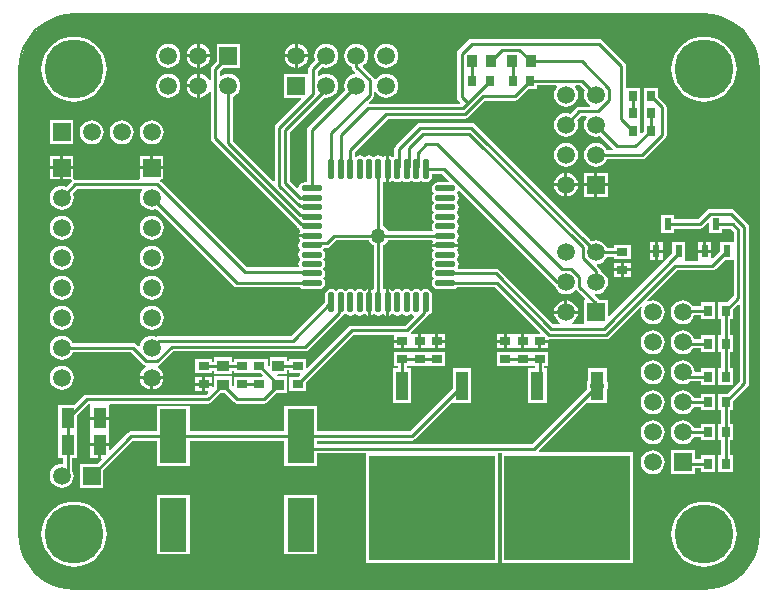
<source format=gtl>
%FSDAX24Y24*%
%MOIN*%
%SFA1B1*%

%IPPOS*%
%ADD10R,0.027600X0.035400*%
%ADD11R,0.043300X0.066900*%
%ADD12R,0.035400X0.027600*%
%ADD13R,0.090600X0.179100*%
%ADD14R,0.023600X0.039400*%
%ADD15R,0.041300X0.094500*%
%ADD16R,0.419300X0.350400*%
%ADD17R,0.039400X0.037400*%
%ADD18R,0.037400X0.039400*%
%ADD19O,0.021700X0.068900*%
%ADD20O,0.068900X0.021700*%
%ADD21C,0.010000*%
%ADD22R,0.059100X0.059100*%
%ADD23C,0.059100*%
%ADD24R,0.059100X0.059100*%
%ADD25C,0.196900*%
%ADD26C,0.050000*%
%ADD31C,0.005000*%
%ADD48C,0.020000*%
%ADD49C,0.040000*%
%ADD50C,0.080000*%
%ADD51C,0.160000*%
%ADD52C,0.320000*%
%LN7april_pcb-1*%
%LPD*%
G54D31*
X021237Y017309D02*
X021472Y017262D01*
X021698Y017185*
X021912Y017080*
X022110Y016947*
X022290Y016790*
X022447Y016610*
X022580Y016412*
X022685Y016198*
X022762Y015972*
X022809Y015737*
X022823Y015511*
X022822Y015502*
Y-000002*
X022823Y-000011*
X022809Y-000237*
X022762Y-000472*
X022685Y-000698*
X022580Y-000912*
X022447Y-001110*
X022290Y-001290*
X022110Y-001447*
X021912Y-001580*
X021698Y-001685*
X021472Y-001762*
X021237Y-001809*
X021011Y-001823*
X021002Y-001822*
X-000002*
X-000011Y-001823*
X-000237Y-001809*
X-000472Y-001762*
X-000698Y-001685*
X-000912Y-001580*
X-001110Y-001447*
X-001290Y-001290*
X-001447Y-001110*
X-001580Y-000912*
X-001685Y-000698*
X-001762Y-000472*
X-001809Y-000237*
X-001823Y-000011*
X-001822Y-000002*
Y015502*
X-001823Y015511*
X-001809Y015737*
X-001762Y015972*
X-001685Y016198*
X-001580Y016412*
X-001447Y016610*
X-001290Y016790*
X-001110Y016947*
X-000912Y017080*
X-000698Y017185*
X-000472Y017262*
X-000237Y017309*
X-000011Y017323*
X-000002Y017322*
X021002*
X021011Y017323*
X021237Y017309*
G54D21*
X021231Y017259D02*
X021459Y017214D01*
X021679Y017139*
X021887Y017036*
X022080Y016907*
X022254Y016754*
X022407Y016580*
X022536Y016387*
X022639Y016179*
X022714Y015959*
X022759Y015731*
X022773Y015514*
X022772Y015507*
Y-000007*
X022773Y-000014*
X022759Y-000231*
X022714Y-000459*
X022639Y-000679*
X022536Y-000887*
X022407Y-001080*
X022254Y-001254*
X022080Y-001407*
X021887Y-001536*
X021679Y-001639*
X021459Y-001714*
X021231Y-001759*
X021014Y-001773*
X021007Y-001772*
X-000007*
X-000014Y-001773*
X-000231Y-001759*
X-000459Y-001714*
X-000679Y-001639*
X-000887Y-001536*
X-001080Y-001407*
X-001254Y-001254*
X-001407Y-001080*
X-001536Y-000887*
X-001639Y-000679*
X-001714Y-000459*
X-001759Y-000231*
X-001773Y-000014*
X-001772Y-000007*
Y015507*
X-001773Y015514*
X-001759Y015731*
X-001714Y015959*
X-001639Y016179*
X-001536Y016387*
X-001407Y016580*
X-001254Y016754*
X-001080Y016907*
X-000887Y017036*
X-000679Y017139*
X-000459Y017214*
X-000231Y017259*
X-000014Y017273*
X-000007Y017272*
X021007*
X021014Y017273*
X021231Y017259*
G54D48*
X021218Y017160D02*
X021433Y017117D01*
X021640Y017046*
X021837Y016950*
X022019Y016827*
X022183Y016683*
X022327Y016519*
X022450Y016337*
X022546Y016140*
X022617Y015933*
X022660Y015718*
X022672Y015521*
X022672Y015517*
Y-000017*
X022672Y-000021*
X022660Y-000218*
X022617Y-000433*
X022546Y-000640*
X022450Y-000837*
X022327Y-001019*
X022183Y-001183*
X022019Y-001327*
X021837Y-001450*
X021640Y-001546*
X021433Y-001617*
X021218Y-001660*
X021021Y-001672*
X021017Y-001672*
X-000017*
X-000021Y-001672*
X-000218Y-001660*
X-000433Y-001617*
X-000640Y-001546*
X-000837Y-001450*
X-001019Y-001327*
X-001183Y-001183*
X-001327Y-001019*
X-001450Y-000837*
X-001546Y-000640*
X-001617Y-000433*
X-001660Y-000218*
X-001672Y-000021*
X-001672Y-000017*
Y015517*
X-001672Y015521*
X-001660Y015718*
X-001617Y015933*
X-001546Y016140*
X-001450Y016337*
X-001327Y016519*
X-001183Y016683*
X-001019Y016827*
X-000837Y016950*
X-000640Y017046*
X-000433Y017117*
X-000218Y017160*
X-000021Y017172*
X-000017Y017172*
X021017*
X021021Y017172*
X021218Y017160*
G54D49*
X021192Y016961D02*
X021381Y016923D01*
X021564Y016861*
X021736Y016776*
X021897Y016668*
X022042Y016542*
X022168Y016397*
X022276Y016236*
X022361Y016064*
X022423Y015881*
X022461Y015692*
X022471Y015534*
X022472Y015536*
Y-000036*
X022471Y-000034*
X022461Y-000192*
X022423Y-000381*
X022361Y-000564*
X022276Y-000736*
X022168Y-000897*
X022042Y-001042*
X021897Y-001168*
X021736Y-001276*
X021564Y-001361*
X021381Y-001423*
X021192Y-001461*
X021034Y-001471*
X021036Y-001472*
X-000036*
X-000034Y-001471*
X-000192Y-001461*
X-000381Y-001423*
X-000564Y-001361*
X-000736Y-001276*
X-000897Y-001168*
X-001042Y-001042*
X-001168Y-000897*
X-001276Y-000736*
X-001361Y-000564*
X-001423Y-000381*
X-001461Y-000192*
X-001471Y-000034*
X-001472Y-000036*
Y015536*
X-001471Y015534*
X-001461Y015692*
X-001423Y015881*
X-001361Y016064*
X-001276Y016236*
X-001168Y016397*
X-001042Y016542*
X-000897Y016668*
X-000736Y016776*
X-000564Y016861*
X-000381Y016923*
X-000192Y016961*
X-000034Y016971*
X-000036Y016972*
X021036*
X021034Y016971*
X021192Y016961*
G54D50*
X021140Y016563D02*
X021278Y016536D01*
X021410Y016491*
X021535Y016429*
X021653Y016351*
X021758Y016258*
X021851Y016153*
X021929Y016035*
X021991Y015910*
X022036Y015778*
X022063Y015640*
X022271Y012449*
X022072Y011439*
Y004060*
X022271Y003050*
X022063Y-000140*
X022036Y-000278*
X021991Y-000410*
X021929Y-000535*
X021851Y-000653*
X021758Y-000758*
X021653Y-000851*
X021535Y-000929*
X021410Y-000991*
X021278Y-001036*
X021140Y-001063*
X017949Y-001271*
X016939Y-001072*
X004060*
X003050Y-001271*
X-000140Y-001063*
X-000278Y-001036*
X-000410Y-000991*
X-000535Y-000929*
X-000653Y-000851*
X-000758Y-000758*
X-000851Y-000653*
X-000929Y-000535*
X-000991Y-000410*
X-001036Y-000278*
X-001063Y-000140*
X-001271Y003050*
X-001072Y004060*
Y011439*
X-001271Y012449*
X-001063Y015640*
X-001036Y015778*
X-000991Y015910*
X-000929Y016035*
X-000851Y016153*
X-000758Y016258*
X-000653Y016351*
X-000535Y016429*
X-000410Y016491*
X-000278Y016536*
X-000140Y016563*
X003050Y016771*
X004060Y016572*
X016939*
X017949Y016771*
X021140Y016563*
G54D51*
X021036Y015768D02*
X021070Y015762D01*
X021103Y015751*
X021134Y015735*
X021164Y015715*
X021191Y015691*
X021215Y015664*
X021235Y015634*
X021251Y015603*
X021262Y015570*
X021268Y015536*
X021465Y012501*
X021272Y011517*
Y003982*
X021465Y002998*
X021268Y-000036*
X021262Y-000070*
X021251Y-000103*
X021235Y-000134*
X021215Y-000164*
X021191Y-000191*
X021164Y-000215*
X021134Y-000235*
X021103Y-000251*
X021070Y-000262*
X021036Y-000268*
X018001Y-000465*
X017017Y-000272*
X003982*
X002998Y-000465*
X-000036Y-000268*
X-000070Y-000262*
X-000103Y-000251*
X-000134Y-000235*
X-000164Y-000215*
X-000191Y-000191*
X-000215Y-000164*
X-000235Y-000134*
X-000251Y-000103*
X-000262Y-000070*
X-000268Y-000036*
X-000465Y002998*
X-000272Y003982*
Y011517*
X-000465Y012501*
X-000268Y015536*
X-000262Y015570*
X-000251Y015603*
X-000235Y015634*
X-000215Y015664*
X-000191Y015691*
X-000164Y015715*
X-000134Y015735*
X-000103Y015751*
X-000070Y015762*
X-000036Y015768*
X002998Y015965*
X003982Y015772*
X017017*
X018001Y015965*
X021036Y015768*
G54D52*
X020828Y014179D02*
X020656Y014213D01*
X020488Y014270*
X020330Y014348*
X020188Y014443*
X020057Y014557*
X019943Y014688*
X019848Y014830*
X019770Y014988*
X019713Y015156*
X019679Y015328*
X019855Y012606*
X019672Y011673*
Y003826*
X019855Y002893*
X019679Y000171*
X019713Y000343*
X019770Y000511*
X019848Y000669*
X019943Y000811*
X020057Y000942*
X020188Y001056*
X020330Y001151*
X020488Y001229*
X020656Y001286*
X020828Y001320*
X018106Y001144*
X017173Y001328*
X003826*
X002893Y001144*
X000171Y001320*
X000343Y001286*
X000511Y001229*
X000669Y001151*
X000811Y001056*
X000942Y000942*
X001056Y000811*
X001151Y000669*
X001229Y000511*
X001286Y000343*
X001320Y000171*
X001144Y002893*
X001328Y003826*
Y011673*
X001144Y012606*
X001320Y015328*
X001286Y015156*
X001229Y014988*
X001151Y014830*
X001056Y014688*
X000942Y014557*
X000811Y014443*
X000669Y014348*
X000511Y014270*
X000343Y014213*
X000171Y014179*
X002893Y014355*
X003826Y014172*
X017173*
X018106Y014355*
X020828Y014179*
X001840Y001830D02*
X019430D01*
X001840Y005030D02*
X019430D01*
X001840Y008230D02*
X019430D01*
X001840Y011430D02*
X019430D01*
X001040Y014630D02*
X001030D01*
%LN7april_pcb-2*%
%LPC*%
G36*
X014329Y006670D02*
X014102D01*
Y006482*
X014329*
Y006670*
G37*
G36*
X015801Y006382D02*
X015574D01*
Y006194*
X015801*
Y006382*
G37*
G36*
X012145Y006670D02*
Y006482D01*
X012372*
Y006670*
X012145*
G37*
G36*
X-000411Y007618D02*
X-000514Y007605D01*
X-000610Y007565*
X-000693Y007501*
X-000756Y007419*
X-000796Y007323*
X-000810Y007219*
X-000796Y007116*
X-000756Y007020*
X-000693Y006938*
X-000610Y006874*
X-000514Y006834*
X-000411Y006821*
X-000308Y006834*
X-000212Y006874*
X-000129Y006938*
X-000066Y007020*
X-000026Y007116*
X-000012Y007219*
X-000026Y007323*
X-000066Y007419*
X-000129Y007501*
X-000212Y007565*
X-000308Y007605*
X-000411Y007618*
G37*
G36*
X011818Y006670D02*
X011768D01*
X011573*
Y006432*
Y006194*
X011768*
X011800*
X011850*
X012045*
Y006432*
Y006670*
X011850*
X011818*
G37*
G36*
X012372Y006382D02*
X012145D01*
Y006194*
X012372*
Y006382*
G37*
G36*
X020294Y006799D02*
X020191Y006785D01*
X020095Y006745*
X020012Y006682*
X019949Y006599*
X019909Y006503*
X019896Y006400*
X019909Y006297*
X019949Y006201*
X020012Y006118*
X020095Y006055*
X020191Y006015*
X020294Y006001*
X020397Y006015*
X020494Y006055*
X020576Y006118*
X020637Y006197*
X020893*
Y006073*
X021368*
Y006627*
X020893*
Y006503*
X020679*
X020639Y006599*
X020576Y006682*
X020494Y006745*
X020397Y006785*
X020294Y006799*
G37*
G36*
X019294D02*
X019191Y006785D01*
X019095Y006745*
X019012Y006682*
X018949Y006599*
X018909Y006503*
X018896Y006400*
X018909Y006297*
X018949Y006201*
X019012Y006118*
X019095Y006055*
X019191Y006015*
X019294Y006001*
X019397Y006015*
X019494Y006055*
X019576Y006118*
X019639Y006201*
X019679Y006297*
X019693Y006400*
X019679Y006503*
X019639Y006599*
X019576Y006682*
X019494Y006745*
X019397Y006785*
X019294Y006799*
G37*
G36*
X014329Y006382D02*
X014102D01*
Y006194*
X014329*
Y006382*
G37*
G36*
X014675Y006670D02*
X014625D01*
X014429*
Y006432*
Y006194*
X014625*
X014656*
X014706*
X014902*
Y006432*
Y006670*
X014706*
X014675*
G37*
G36*
X010900Y006382D02*
X010673D01*
Y006194*
X010900*
Y006382*
G37*
G36*
X011725Y008174D02*
X011644Y008158D01*
X011575Y008112*
X011560*
X011491Y008158*
X011410Y008174*
X011329Y008158*
X011260Y008112*
X011245*
X011176Y008158*
X011095Y008174*
X011014Y008158*
X010945Y008112*
X010930*
X010861Y008158*
X010780Y008174*
X010699Y008158*
X010630Y008112*
X010615*
X010546Y008158*
X010515Y008164*
Y007726*
Y007287*
X010546Y007293*
X010615Y007339*
X010630*
X010699Y007293*
X010780Y007277*
X010861Y007293*
X010930Y007339*
X010945*
X011014Y007293*
X011095Y007277*
X011176Y007293*
X011245Y007339*
X011260*
X011307Y007308*
X011318Y007248*
X011022Y006953*
X009254*
X009195Y006941*
X009145Y006908*
X007782Y005545*
X007736Y005564*
Y005833*
X007181*
Y005768*
X007114*
Y005902*
X006520*
Y005601*
X006470Y005576*
X006453Y005589*
Y005833*
X005930*
X005880*
X005848*
X005326*
Y005748*
X005258*
Y005902*
X004665*
Y005748*
X004597*
Y005833*
X004043*
Y005358*
X004597*
Y005443*
X004665*
Y005328*
X005258*
Y005443*
X005326*
Y005358*
X005848*
X005898*
X005930*
X006228*
X006297Y005289*
X006278Y005243*
X005898*
X005880*
X005326*
Y004939*
X005276Y004914*
X005258Y004928*
Y005272*
X004665*
Y004928*
X004647Y004914*
X004597Y004939*
Y004955*
X004370*
Y004767*
X004462*
X004481Y004721*
X004413Y004653*
X000419*
X000361Y004641*
X000311Y004608*
X000008Y004305*
X-000527*
Y003436*
Y003418*
Y002549*
X-000363*
Y002380*
X-000401Y002347*
X-000411Y002349*
X-000514Y002335*
X-000610Y002295*
X-000693Y002232*
X-000756Y002149*
X-000796Y002053*
X-000810Y001950*
X-000796Y001847*
X-000756Y001751*
X-000693Y001668*
X-000610Y001605*
X-000514Y001565*
X-000411Y001551*
X-000308Y001565*
X-000212Y001605*
X-000129Y001668*
X-000066Y001751*
X-000026Y001847*
X-000012Y001950*
X-000026Y002053*
X-000060Y002136*
X-000057Y002151*
Y002549*
X000106*
Y003418*
Y003436*
Y003971*
X000471Y004335*
X000525Y004329*
X000536Y004305*
Y004297*
Y003921*
X000853*
X001169*
Y004297*
Y004305*
X001189Y004347*
X004476*
X004535Y004359*
X004584Y004392*
X004891Y004698*
X005032*
X005339Y004392*
X005388Y004359*
X005447Y004347*
X006332*
X006390Y004359*
X006440Y004392*
X006746Y004698*
X007114*
Y005272*
X006787*
X006783Y005278*
X006809Y005328*
X007114*
Y005462*
X007181*
Y005358*
X007530*
X007549Y005311*
X007480Y005243*
X007181*
Y004767*
X007736*
Y005066*
X009317Y006647*
X010673*
Y006482*
X010950*
Y006432*
X011000*
Y006194*
X011195*
X011227*
X011277*
X011473*
Y006432*
Y006670*
X011277*
X011227*
X011222Y006720*
X011776Y007274*
X011786Y007289*
X011806Y007293*
X011875Y007339*
X011921Y007408*
X011937Y007489*
Y007962*
X011921Y008043*
X011875Y008112*
X011806Y008158*
X011725Y008174*
G37*
G36*
X009520D02*
X009439Y008158D01*
X009370Y008112*
X009355*
X009286Y008158*
X009205Y008174*
X009124Y008158*
X009055Y008112*
X009040*
X008971Y008158*
X008890Y008174*
X008809Y008158*
X008740Y008112*
X008725*
X008656Y008158*
X008575Y008174*
X008494Y008158*
X008425Y008112*
X008379Y008043*
X008363Y007962*
Y007730*
X007240Y006607*
X002823*
X002765Y006595*
X002746Y006582*
X002692Y006605*
X002589Y006618*
X002486Y006605*
X002390Y006565*
X002307Y006501*
X002244Y006419*
X002204Y006323*
X002197Y006269*
X002144Y006251*
X002067Y006328*
X002018Y006361*
X001959Y006372*
X-000047*
X-000066Y006419*
X-000129Y006501*
X-000212Y006565*
X-000308Y006605*
X-000411Y006618*
X-000514Y006605*
X-000610Y006565*
X-000693Y006501*
X-000756Y006419*
X-000796Y006323*
X-000810Y006219*
X-000796Y006116*
X-000756Y006020*
X-000693Y005938*
X-000610Y005874*
X-000514Y005834*
X-000411Y005821*
X-000308Y005834*
X-000212Y005874*
X-000129Y005938*
X-000066Y006020*
X-000047Y006067*
X001896*
X002296Y005666*
X002346Y005633*
X002354Y005631*
X002392Y005574*
X002390Y005565*
X002307Y005501*
X002244Y005419*
X002204Y005323*
X002197Y005269*
X002589*
X002981*
X002974Y005323*
X002934Y005419*
X002871Y005501*
X002788Y005565*
X002786Y005574*
X002824Y005631*
X002832Y005633*
X002882Y005666*
X003316Y006101*
X007705*
X007763Y006112*
X007813Y006146*
X008942Y007274*
X008952Y007289*
X008971Y007293*
X009040Y007339*
X009055*
X009124Y007293*
X009205Y007277*
X009286Y007293*
X009355Y007339*
X009370*
X009439Y007293*
X009520Y007277*
X009601Y007293*
X009670Y007339*
X009685*
X009754Y007293*
X009785Y007287*
Y007726*
Y008164*
X009754Y008158*
X009685Y008112*
X009670*
X009601Y008158*
X009520Y008174*
G37*
G36*
X018226Y008759D02*
X017999D01*
Y008572*
X018226*
Y008759*
G37*
G36*
X-000411Y009618D02*
X-000514Y009605D01*
X-000610Y009565*
X-000693Y009501*
X-000756Y009419*
X-000796Y009323*
X-000810Y009219*
X-000796Y009116*
X-000756Y009020*
X-000693Y008938*
X-000610Y008874*
X-000514Y008834*
X-000411Y008821*
X-000308Y008834*
X-000212Y008874*
X-000129Y008938*
X-000066Y009020*
X-000026Y009116*
X-000012Y009219*
X-000026Y009323*
X-000066Y009419*
X-000129Y009501*
X-000212Y009565*
X-000308Y009605*
X-000411Y009618*
G37*
G36*
X018553Y008759D02*
X018326D01*
Y008572*
X018553*
Y008759*
G37*
G36*
X002589Y008618D02*
X002486Y008605D01*
X002390Y008565*
X002307Y008501*
X002244Y008419*
X002204Y008323*
X002190Y008219*
X002204Y008116*
X002244Y008020*
X002307Y007938*
X002390Y007874*
X002486Y007834*
X002589Y007821*
X002692Y007834*
X002788Y007874*
X002871Y007938*
X002934Y008020*
X002974Y008116*
X002988Y008219*
X002974Y008323*
X002934Y008419*
X002871Y008501*
X002788Y008565*
X002692Y008605*
X002589Y008618*
G37*
G36*
X020294Y007799D02*
X020191Y007785D01*
X020095Y007745*
X020012Y007682*
X019949Y007599*
X019909Y007503*
X019896Y007400*
X019909Y007297*
X019949Y007201*
X020012Y007118*
X020095Y007055*
X020191Y007015*
X020294Y007001*
X020397Y007015*
X020494Y007055*
X020576Y007118*
X020639Y007201*
X020679Y007297*
X020893*
Y007173*
X021368*
Y007727*
X020893*
Y007603*
X020637*
X020576Y007682*
X020494Y007745*
X020397Y007785*
X020294Y007799*
G37*
G36*
X002589Y007618D02*
X002486Y007605D01*
X002390Y007565*
X002307Y007501*
X002244Y007419*
X002204Y007323*
X002190Y007219*
X002204Y007116*
X002244Y007020*
X002307Y006938*
X002390Y006874*
X002486Y006834*
X002589Y006821*
X002692Y006834*
X002788Y006874*
X002871Y006938*
X002934Y007020*
X002974Y007116*
X002988Y007219*
X002974Y007323*
X002934Y007419*
X002871Y007501*
X002788Y007565*
X002692Y007605*
X002589Y007618*
G37*
G36*
X016350Y007792D02*
X016297Y007785D01*
X016201Y007745*
X016118Y007682*
X016055Y007599*
X016015Y007503*
X016008Y007450*
X016350*
Y007792*
G37*
G36*
X-000411Y008618D02*
X-000514Y008605D01*
X-000610Y008565*
X-000693Y008501*
X-000756Y008419*
X-000796Y008323*
X-000810Y008219*
X-000796Y008116*
X-000756Y008020*
X-000693Y007938*
X-000610Y007874*
X-000514Y007834*
X-000411Y007821*
X-000308Y007834*
X-000212Y007874*
X-000129Y007938*
X-000066Y008020*
X-000026Y008116*
X-000012Y008219*
X-000026Y008323*
X-000066Y008419*
X-000129Y008501*
X-000212Y008565*
X-000308Y008605*
X-000411Y008618*
G37*
G36*
X016450Y007792D02*
Y007450D01*
X016792*
X016785Y007503*
X016745Y007599*
X016682Y007682*
X016599Y007745*
X016503Y007785*
X016450Y007792*
G37*
G36*
X011227Y006079D02*
D01*
X010673*
Y005604*
X010797*
Y005526*
X010634*
Y004382*
X011247*
Y005526*
X011103*
Y005604*
X011227*
X011245*
X011800*
X011818*
X012372*
Y006079*
X011848*
X011818*
X011800*
X011769*
X011245*
X011227*
G37*
G36*
X019294Y003799D02*
X019191Y003785D01*
X019095Y003745*
X019012Y003682*
X018949Y003599*
X018909Y003503*
X018896Y003400*
X018909Y003297*
X018949Y003201*
X019012Y003118*
X019095Y003055*
X019191Y003015*
X019294Y003001*
X019397Y003015*
X019494Y003055*
X019576Y003118*
X019639Y003201*
X019679Y003297*
X019693Y003400*
X019679Y003503*
X019639Y003599*
X019576Y003682*
X019494Y003745*
X019397Y003785*
X019294Y003799*
G37*
G36*
X000803Y002933D02*
X000536D01*
Y002549*
X000803*
Y002933*
G37*
G36*
X001169Y003821D02*
X000853D01*
X000536*
Y003468*
Y003436*
Y003386*
Y003033*
X000853*
X001169*
Y003386*
Y003418*
Y003468*
Y003821*
G37*
G36*
X019294Y004799D02*
X019191Y004785D01*
X019095Y004745*
X019012Y004682*
X018949Y004599*
X018909Y004503*
X018896Y004400*
X018909Y004297*
X018949Y004201*
X019012Y004118*
X019095Y004055*
X019191Y004015*
X019294Y004001*
X019397Y004015*
X019494Y004055*
X019576Y004118*
X019639Y004201*
X019679Y004297*
X019693Y004400*
X019679Y004503*
X019639Y004599*
X019576Y004682*
X019494Y004745*
X019397Y004785*
X019294Y004799*
G37*
G36*
X020294Y003799D02*
X020191Y003785D01*
X020095Y003745*
X020012Y003682*
X019949Y003599*
X019909Y003503*
X019896Y003400*
X019909Y003297*
X019949Y003201*
X020012Y003118*
X020095Y003055*
X020191Y003015*
X020294Y003001*
X020397Y003015*
X020494Y003055*
X020576Y003118*
X020639Y003201*
X020659Y003247*
X020893*
Y003123*
X021368*
Y003677*
X020893*
Y003553*
X020659*
X020639Y003599*
X020576Y003682*
X020494Y003745*
X020397Y003785*
X020294Y003799*
G37*
G36*
X020689Y002795D02*
X019899D01*
Y002005*
X020689*
Y002197*
X020893*
Y002073*
X021368*
Y002627*
X020893*
Y002503*
X020689*
Y002795*
G37*
G36*
X021000Y001088D02*
X020830Y001074D01*
X020664Y001034*
X020506Y000969*
X020361Y000880*
X020231Y000769*
X020120Y000639*
X020031Y000494*
X019966Y000336*
X019926Y000170*
X019912Y000000*
X019926Y-000170*
X019966Y-000336*
X020031Y-000494*
X020120Y-000639*
X020231Y-000769*
X020361Y-000880*
X020506Y-000969*
X020664Y-001034*
X020830Y-001074*
X021000Y-001088*
X021170Y-001074*
X021336Y-001034*
X021494Y-000969*
X021639Y-000880*
X021769Y-000769*
X021880Y-000639*
X021969Y-000494*
X022034Y-000336*
X022074Y-000170*
X022088Y000000*
X022074Y000170*
X022034Y000336*
X021969Y000494*
X021880Y000639*
X021769Y000769*
X021639Y000880*
X021494Y000969*
X021336Y001034*
X021170Y001074*
X021000Y001088*
G37*
G36*
X000000D02*
X-000170Y001074D01*
X-000336Y001034*
X-000494Y000969*
X-000639Y000880*
X-000769Y000769*
X-000880Y000639*
X-000969Y000494*
X-001034Y000336*
X-001074Y000170*
X-001088Y000000*
X-001074Y-000170*
X-001034Y-000336*
X-000969Y-000494*
X-000880Y-000639*
X-000769Y-000769*
X-000639Y-000880*
X-000494Y-000969*
X-000336Y-001034*
X-000170Y-001074*
X000000Y-001088*
X000170Y-001074*
X000336Y-001034*
X000494Y-000969*
X000639Y-000880*
X000769Y-000769*
X000880Y-000639*
X000969Y-000494*
X001034Y-000336*
X001074Y-000170*
X001088Y000000*
X001074Y000170*
X001034Y000336*
X000969Y000494*
X000880Y000639*
X000769Y000769*
X000639Y000880*
X000494Y000969*
X000336Y001034*
X000170Y001074*
X000000Y001088*
G37*
G36*
X003858Y001314D02*
X002752D01*
Y-000677*
X003858*
Y001314*
G37*
G36*
X019294Y002799D02*
X019191Y002785D01*
X019095Y002745*
X019012Y002682*
X018949Y002599*
X018909Y002503*
X018896Y002400*
X018909Y002297*
X018949Y002201*
X019012Y002118*
X019095Y002055*
X019191Y002015*
X019294Y002001*
X019397Y002015*
X019494Y002055*
X019576Y002118*
X019639Y002201*
X019679Y002297*
X019693Y002400*
X019679Y002503*
X019639Y002599*
X019576Y002682*
X019494Y002745*
X019397Y002785*
X019294Y002799*
G37*
G36*
X008112Y001314D02*
X007006D01*
Y-000677*
X008112*
Y001314*
G37*
G36*
X020294Y005799D02*
X020191Y005785D01*
X020095Y005745*
X020012Y005682*
X019949Y005599*
X019909Y005503*
X019896Y005400*
X019909Y005297*
X019949Y005201*
X020012Y005118*
X020095Y005055*
X020191Y005015*
X020294Y005001*
X020397Y005015*
X020494Y005055*
X020549Y005097*
X020893*
Y004973*
X021368*
Y005527*
X020893*
Y005403*
X020692*
X020679Y005503*
X020639Y005599*
X020576Y005682*
X020494Y005745*
X020397Y005785*
X020294Y005799*
G37*
G36*
X002539Y005169D02*
X002197D01*
X002204Y005116*
X002244Y005020*
X002307Y004938*
X002390Y004874*
X002486Y004834*
X002539Y004827*
Y005169*
G37*
G36*
X019294Y005799D02*
X019191Y005785D01*
X019095Y005745*
X019012Y005682*
X018949Y005599*
X018909Y005503*
X018896Y005400*
X018909Y005297*
X018949Y005201*
X019012Y005118*
X019095Y005055*
X019191Y005015*
X019294Y005001*
X019397Y005015*
X019494Y005055*
X019576Y005118*
X019639Y005201*
X019679Y005297*
X019693Y005400*
X019679Y005503*
X019639Y005599*
X019576Y005682*
X019494Y005745*
X019397Y005785*
X019294Y005799*
G37*
G36*
X004597Y005243D02*
X004370D01*
Y005055*
X004597*
Y005243*
G37*
G36*
X004270D02*
X004043D01*
Y005055*
X004270*
Y005243*
G37*
G36*
X002981Y005169D02*
X002639D01*
Y004827*
X002692Y004834*
X002788Y004874*
X002871Y004938*
X002934Y005020*
X002974Y005116*
X002981Y005169*
G37*
G36*
X017757Y005526D02*
X017143D01*
Y005128*
X017109Y005045*
X017097Y004954*
X017109Y004863*
X017119Y004839*
X015283Y003003*
X008112*
Y003118*
X011257*
X011316Y003130*
X011366Y003163*
X012599Y004396*
X012634Y004382*
X013247*
Y005526*
X012634*
Y004864*
X011194Y003424*
X008112*
Y004267*
X007006*
Y003424*
X003858*
Y004267*
X002752*
Y003424*
X001910*
X001851Y003412*
X001802Y003379*
X001215Y002793*
X001169Y002812*
Y002933*
X000903*
Y002549*
X000906*
X000925Y002502*
X000768Y002345*
X000194*
Y001555*
X000984*
Y002129*
X001973Y003118*
X002752*
Y002275*
X003858*
Y003118*
X007006*
Y002275*
X008112*
Y002697*
X009744*
Y-000973*
X014137*
Y002697*
X014254*
Y-000973*
X018646*
Y002731*
X015514*
X015493Y002781*
X017108Y004396*
X017143Y004382*
X017757*
Y004780*
X017791Y004863*
X017803Y004954*
X017791Y005045*
X017757Y005128*
Y005526*
G37*
G36*
X020294Y004799D02*
X020191Y004785D01*
X020095Y004745*
X020012Y004682*
X019949Y004599*
X019909Y004503*
X019896Y004400*
X019909Y004297*
X019949Y004201*
X020012Y004118*
X020095Y004055*
X020191Y004015*
X020294Y004001*
X020397Y004015*
X020494Y004055*
X020576Y004118*
X020639Y004201*
X020659Y004247*
X020893*
Y004123*
X021368*
Y004677*
X020893*
Y004553*
X020659*
X020639Y004599*
X020576Y004682*
X020494Y004745*
X020397Y004785*
X020294Y004799*
G37*
G36*
X014656Y006079D02*
D01*
X014102*
Y005604*
X014656*
X014675*
X015229*
X015247*
X015371*
Y005526*
X015143*
Y004382*
X015757*
Y005526*
X015677*
Y005604*
X015801*
Y006079*
X015277*
X015247*
X015229*
X015199*
X014675*
X014656*
G37*
G36*
X-000411Y005618D02*
X-000514Y005605D01*
X-000610Y005565*
X-000693Y005501*
X-000756Y005419*
X-000796Y005323*
X-000810Y005219*
X-000796Y005116*
X-000756Y005020*
X-000693Y004938*
X-000610Y004874*
X-000514Y004834*
X-000411Y004821*
X-000308Y004834*
X-000212Y004874*
X-000129Y004938*
X-000066Y005020*
X-000026Y005116*
X-000012Y005219*
X-000026Y005323*
X-000066Y005419*
X-000129Y005501*
X-000212Y005565*
X-000308Y005605*
X-000411Y005618*
G37*
G36*
X004270Y004955D02*
X004043D01*
Y004767*
X004270*
Y004955*
G37*
G36*
X021000Y016588D02*
X020830Y016574D01*
X020664Y016534*
X020506Y016469*
X020361Y016380*
X020231Y016269*
X020120Y016139*
X020031Y015994*
X019966Y015836*
X019926Y015670*
X019912Y015500*
X019926Y015330*
X019966Y015164*
X020031Y015006*
X020120Y014861*
X020231Y014731*
X020361Y014620*
X020506Y014531*
X020664Y014466*
X020830Y014426*
X021000Y014412*
X021170Y014426*
X021336Y014466*
X021494Y014531*
X021639Y014620*
X021769Y014731*
X021880Y014861*
X021969Y015006*
X022034Y015164*
X022074Y015330*
X022088Y015500*
X022074Y015670*
X022034Y015836*
X021969Y015994*
X021880Y016139*
X021769Y016269*
X021639Y016380*
X021494Y016469*
X021336Y016534*
X021170Y016574*
X021000Y016588*
G37*
G36*
X000000D02*
X-000170Y016574D01*
X-000336Y016534*
X-000494Y016469*
X-000639Y016380*
X-000769Y016269*
X-000880Y016139*
X-000969Y015994*
X-001034Y015836*
X-001074Y015670*
X-001088Y015500*
X-001074Y015330*
X-001034Y015164*
X-000969Y015006*
X-000880Y014861*
X-000769Y014731*
X-000639Y014620*
X-000494Y014531*
X-000336Y014466*
X-000170Y014426*
X000000Y014412*
X000170Y014426*
X000336Y014466*
X000494Y014531*
X000639Y014620*
X000769Y014731*
X000880Y014861*
X000969Y015006*
X001034Y015164*
X001074Y015330*
X001088Y015500*
X001074Y015670*
X001034Y015836*
X000969Y015994*
X000880Y016139*
X000769Y016269*
X000639Y016380*
X000494Y016469*
X000336Y016534*
X000170Y016574*
X000000Y016588*
G37*
G36*
X003150Y015344D02*
X003047Y015330D01*
X002951Y015290*
X002868Y015227*
X002805Y015144*
X002765Y015048*
X002751Y014945*
X002765Y014842*
X002805Y014746*
X002868Y014663*
X002951Y014600*
X003047Y014560*
X003150Y014546*
X003253Y014560*
X003349Y014600*
X003432Y014663*
X003495Y014746*
X003535Y014842*
X003549Y014945*
X003535Y015048*
X003495Y015144*
X003432Y015227*
X003349Y015290*
X003253Y015330*
X003150Y015344*
G37*
G36*
X004100Y014895D02*
X003758D01*
X003765Y014842*
X003805Y014746*
X003868Y014663*
X003951Y014600*
X004047Y014560*
X004100Y014553*
Y014895*
G37*
G36*
X017500Y016503D02*
X013257D01*
X013198Y016491*
X013149Y016458*
X012817Y016126*
X012783Y016077*
X012772Y016018*
Y014575*
X012783Y014517*
X012817Y014467*
X012881Y014403*
X012860Y014353*
X009840*
X009819Y014403*
X009964Y014547*
X009997Y014597*
X010008Y014655*
Y014751*
X010058Y014761*
X010065Y014746*
X010128Y014663*
X010211Y014600*
X010307Y014560*
X010410Y014546*
X010513Y014560*
X010609Y014600*
X010692Y014663*
X010755Y014746*
X010795Y014842*
X010809Y014945*
X010795Y015048*
X010755Y015144*
X010692Y015227*
X010609Y015290*
X010513Y015330*
X010410Y015344*
X010307Y015330*
X010211Y015290*
X010128Y015227*
X010065Y015144*
X010056Y015142*
X009998Y015180*
X009997Y015188*
X009964Y015237*
X009641Y015560*
X009645Y015627*
X009692Y015663*
X009755Y015746*
X009795Y015842*
X009809Y015945*
X009795Y016048*
X009755Y016144*
X009692Y016227*
X009609Y016290*
X009513Y016330*
X009410Y016344*
X009307Y016330*
X009211Y016290*
X009128Y016227*
X009065Y016144*
X009025Y016048*
X009011Y015945*
X009025Y015842*
X009065Y015746*
X009128Y015663*
X009211Y015600*
X009257Y015580*
Y015575*
X009269Y015516*
X009302Y015466*
X009379Y015390*
X009361Y015337*
X009307Y015330*
X009211Y015290*
X009128Y015227*
X009065Y015144*
X009025Y015048*
X009011Y014945*
X009025Y014842*
X009044Y014795*
X007817Y013569*
X007784Y013519*
X007773Y013460*
Y011737*
X007689*
X007608Y011721*
X007539Y011675*
X007493Y011606*
X007483Y011556*
X007429Y011540*
X007203Y011766*
Y013404*
X008353Y014554*
X008410Y014546*
X008513Y014560*
X008609Y014600*
X008692Y014663*
X008755Y014746*
X008795Y014842*
X008809Y014945*
X008795Y015048*
X008755Y015144*
X008692Y015227*
X008609Y015290*
X008513Y015330*
X008410Y015344*
X008307Y015330*
X008211Y015290*
X008168Y015257*
X008118Y015282*
Y015436*
X008261Y015579*
X008307Y015560*
X008410Y015546*
X008513Y015560*
X008609Y015600*
X008692Y015663*
X008755Y015746*
X008795Y015842*
X008809Y015945*
X008795Y016048*
X008755Y016144*
X008692Y016227*
X008609Y016290*
X008513Y016330*
X008410Y016344*
X008307Y016330*
X008211Y016290*
X008128Y016227*
X008065Y016144*
X008025Y016048*
X008011Y015945*
X008025Y015842*
X008044Y015795*
X007857Y015608*
X007824Y015558*
X007812Y015500*
Y015387*
X007805Y015340*
X007015*
Y014550*
X007568*
X007587Y014503*
X006742Y013658*
X006709Y013609*
X006697Y013550*
Y011771*
X006651Y011752*
X005303Y013100*
Y014580*
X005349Y014600*
X005432Y014663*
X005495Y014746*
X005535Y014842*
X005549Y014945*
X005535Y015048*
X005495Y015144*
X005432Y015227*
X005349Y015290*
X005253Y015330*
X005150Y015344*
X005047Y015330*
X004951Y015290*
X004908Y015257*
X004858Y015282*
Y015436*
X004971Y015550*
X005545*
Y016340*
X004755*
Y015766*
X004597Y015608*
X004563Y015558*
X004552Y015500*
Y015138*
X004502Y015129*
X004495Y015144*
X004432Y015227*
X004349Y015290*
X004253Y015330*
X004200Y015337*
Y014945*
Y014553*
X004253Y014560*
X004349Y014600*
X004432Y014663*
X004495Y014746*
X004502Y014761*
X004552Y014751*
Y013199*
X004563Y013141*
X004597Y013091*
X007474Y010214*
X007489Y010203*
X007493Y010184*
X007518Y010146*
X007536Y010107*
X007518Y010069*
X007493Y010031*
X007487Y010000*
X007926*
Y009900*
X007487*
X007493Y009869*
X007539Y009800*
Y009785*
X007493Y009716*
X007477Y009635*
X007493Y009554*
X007539Y009485*
Y009470*
X007493Y009401*
X007477Y009320*
X007493Y009239*
X007518Y009201*
X007536Y009163*
X007518Y009124*
X007493Y009086*
X007477Y009005*
X007488Y008950*
X007454Y008900*
X005755*
X002882Y011773*
X002880Y011774*
X002895Y011824*
X002984*
Y012169*
X002589*
X002194*
Y011824*
X002146Y011818*
X000034*
X000031Y011817*
X-000016Y011859*
Y012169*
X-000361*
Y011824*
X-000087*
X-000072Y011774*
X-000074Y011773*
X-000261Y011585*
X-000308Y011605*
X-000411Y011618*
X-000514Y011605*
X-000610Y011565*
X-000693Y011501*
X-000756Y011419*
X-000796Y011323*
X-000810Y011219*
X-000796Y011116*
X-000756Y011020*
X-000693Y010938*
X-000610Y010874*
X-000514Y010834*
X-000411Y010821*
X-000308Y010834*
X-000212Y010874*
X-000129Y010938*
X-000066Y011020*
X-000026Y011116*
X-000012Y011219*
X-000026Y011323*
X-000045Y011369*
X000098Y011512*
X002252*
X002277Y011462*
X002244Y011419*
X002204Y011323*
X002190Y011219*
X002204Y011116*
X002244Y011020*
X002307Y010938*
X002390Y010874*
X002486Y010834*
X002589Y010821*
X002692Y010834*
X002739Y010854*
X005325Y008267*
X005375Y008234*
X005433Y008222*
X007543*
X007608Y008179*
X007689Y008163*
X008162*
X008243Y008179*
X008312Y008225*
X008358Y008294*
X008374Y008375*
X008358Y008456*
X008312Y008525*
Y008540*
X008358Y008609*
X008374Y008690*
X008358Y008771*
X008312Y008840*
Y008855*
X008358Y008924*
X008374Y009005*
X008358Y009086*
X008333Y009124*
X008315Y009163*
X008333Y009201*
X008358Y009239*
X008374Y009320*
X008358Y009401*
X008312Y009470*
Y009485*
X008348Y009539*
X008420*
X008479Y009550*
X008528Y009584*
X008742Y009797*
X009835*
X009844Y009773*
X009900Y009700*
X009973Y009644*
X009997Y009635*
Y008164*
X009947Y008137*
X009916Y008158*
X009885Y008164*
Y007726*
Y007287*
X009916Y007293*
X009985Y007339*
X010000*
X010069Y007293*
X010150Y007277*
X010231Y007293*
X010300Y007339*
X010315*
X010384Y007293*
X010415Y007287*
Y007726*
Y008164*
X010384Y008158*
X010353Y008137*
X010303Y008164*
Y009635*
X010327Y009644*
X010400Y009700*
X010456Y009773*
X010465Y009797*
X011936*
X011963Y009747*
X011942Y009716*
X011936Y009685*
X012374*
X012813*
X012807Y009716*
X012761Y009785*
Y009800*
X012807Y009869*
X012823Y009950*
X012807Y010031*
X012782Y010069*
X012764Y010107*
X012782Y010146*
X012807Y010184*
X012823Y010265*
X012807Y010346*
X012761Y010415*
Y010430*
X012807Y010499*
X012823Y010580*
X012807Y010661*
X012782Y010699*
X012764Y010737*
X012782Y010776*
X012807Y010814*
X012823Y010895*
X012807Y010976*
X012761Y011045*
Y011060*
X012807Y011129*
X012823Y011210*
X012807Y011291*
X012761Y011360*
Y011375*
X012792Y011422*
X012852Y011433*
X015993Y008292*
X016026Y008269*
X016055Y008201*
X016118Y008118*
X016201Y008055*
X016297Y008015*
X016400Y008001*
X016503Y008015*
X016599Y008055*
X016682Y008118*
X016693Y008132*
X016754Y008130*
X017042Y007841*
X017023Y007795*
X017005*
Y007005*
X016955Y007003*
X016605*
X016595Y007053*
X016599Y007055*
X016682Y007118*
X016745Y007201*
X016785Y007297*
X016792Y007350*
X016400*
X016008*
X016015Y007297*
X016055Y007201*
X016118Y007118*
X016201Y007055*
X016205Y007053*
X016195Y007003*
X015980*
X014184Y008798*
X014135Y008831*
X014076Y008843*
X012813*
X012786Y008893*
X012807Y008924*
X012823Y009005*
X012807Y009086*
X012782Y009124*
X012764Y009163*
X012782Y009201*
X012807Y009239*
X012823Y009320*
X012807Y009401*
X012761Y009470*
Y009485*
X012807Y009554*
X012813Y009585*
X012374*
X011936*
X011942Y009554*
X011988Y009485*
Y009470*
X011942Y009401*
X011926Y009320*
X011942Y009239*
X011967Y009201*
X011985Y009163*
X011967Y009124*
X011942Y009086*
X011926Y009005*
X011942Y008924*
X011988Y008855*
Y008840*
X011942Y008771*
X011926Y008690*
X011942Y008609*
X011988Y008540*
Y008525*
X011942Y008456*
X011926Y008375*
X011942Y008294*
X011988Y008225*
X012057Y008179*
X012138Y008163*
X012611*
X012692Y008179*
X012757Y008222*
X014045*
X015551Y006716*
X015532Y006670*
X015279*
X015247*
X015197*
X015002*
Y006432*
Y006194*
X015197*
X015229*
X015279*
X015474*
Y006432*
X015524*
Y006482*
X015815*
X015833Y006497*
X017736*
X017794Y006509*
X017844Y006542*
X018890Y007588*
X018933Y007560*
X018909Y007503*
X018896Y007400*
X018909Y007297*
X018949Y007201*
X019012Y007118*
X019095Y007055*
X019191Y007015*
X019294Y007001*
X019397Y007015*
X019494Y007055*
X019576Y007118*
X019639Y007201*
X019679Y007297*
X019693Y007400*
X019679Y007503*
X019639Y007599*
X019576Y007682*
X019494Y007745*
X019397Y007785*
X019294Y007799*
X019191Y007785*
X019134Y007761*
X019106Y007804*
X020099Y008797*
X021284*
X021343Y008809*
X021393Y008842*
X021689Y009138*
X021988*
X021997Y009092*
Y007942*
X021782Y007727*
X021483*
Y007173*
X021568*
Y006627*
X021483*
Y006073*
X021568*
Y005527*
X021483*
Y004973*
X021959*
Y005527*
X021874*
Y006073*
X021959*
Y006627*
X021874*
Y007173*
X021959*
Y007472*
X022151Y007664*
X022197Y007644*
Y005092*
X021782Y004677*
X021483*
Y004123*
X021568*
Y003677*
X021483*
Y003123*
X021568*
Y002627*
X021483*
Y002073*
X021959*
Y002627*
X021874*
Y003123*
X021959*
Y003677*
X021874*
Y004123*
X021959*
Y004422*
X022458Y004921*
X022491Y004970*
X022503Y005029*
Y010233*
X022491Y010291*
X022458Y010341*
X022004Y010795*
X021954Y010829*
X021895Y010840*
X021215*
X021157Y010829*
X021107Y010795*
X020805Y010493*
X020007*
Y010637*
X019571*
Y010044*
X020007*
Y010188*
X020868*
X020927Y010199*
X020976Y010232*
X021131Y010387*
X021177Y010368*
Y010044*
X021613*
Y010188*
X021896*
X021997Y010087*
Y009778*
X021988Y009732*
X021947*
X021551*
Y009433*
X021289Y009171*
X021239Y009192*
Y009385*
X021021*
X020803*
Y009153*
Y009138*
X020768Y009103*
X020417*
X020381Y009138*
Y009732*
X019945*
Y009359*
X017841Y007255*
X017795Y007274*
Y007795*
X017517*
X017508Y007808*
X017357Y007959*
X017379Y008004*
X017400Y008001*
X017503Y008015*
X017599Y008055*
X017682Y008118*
X017745Y008201*
X017785Y008297*
X017799Y008400*
X017785Y008503*
X017745Y008599*
X017682Y008682*
X017599Y008745*
X017553Y008764*
Y008770*
X017541Y008829*
X017508Y008878*
X017432Y008955*
X017449Y009008*
X017503Y009015*
X017599Y009055*
X017682Y009118*
X017745Y009201*
X017764Y009247*
X017999*
Y009162*
X018553*
Y009638*
X017999*
Y009553*
X017764*
X017745Y009599*
X017682Y009682*
X017599Y009745*
X017503Y009785*
X017400Y009799*
X017297Y009785*
X017250Y009766*
X013358Y013658*
X013309Y013691*
X013250Y013703*
X011550*
X011491Y013691*
X011442Y013658*
X010728Y012945*
X010695Y012895*
X010684Y012837*
Y012597*
X010630Y012561*
X010615*
X010546Y012607*
X010515Y012613*
Y012174*
Y011736*
X010546Y011742*
X010615Y011788*
X010630*
X010699Y011742*
X010780Y011726*
X010861Y011742*
X010930Y011788*
X010945*
X011014Y011742*
X011095Y011726*
X011176Y011742*
X011245Y011788*
X011260*
X011329Y011742*
X011410Y011726*
X011491Y011742*
X011560Y011788*
X011575*
X011644Y011742*
X011725Y011726*
X011806Y011742*
X011875Y011788*
X011921Y011857*
X011937Y011938*
Y012021*
X012263*
X012501Y011783*
X012482Y011737*
X012138*
X012057Y011721*
X011988Y011675*
X011942Y011606*
X011926Y011525*
X011942Y011444*
X011988Y011375*
Y011360*
X011942Y011291*
X011926Y011210*
X011942Y011129*
X011988Y011060*
Y011045*
X011942Y010976*
X011926Y010895*
X011942Y010814*
X011967Y010776*
X011985Y010737*
X011967Y010699*
X011942Y010661*
X011926Y010580*
X011942Y010499*
X011988Y010430*
Y010415*
X011942Y010346*
X011926Y010265*
X011942Y010184*
X011963Y010153*
X011936Y010103*
X010465*
X010456Y010127*
X010400Y010200*
X010327Y010256*
X010303Y010265*
Y011736*
X010353Y011763*
X010384Y011742*
X010415Y011736*
Y012174*
Y012613*
X010384Y012607*
X010315Y012561*
X010300*
X010231Y012607*
X010150Y012623*
X010069Y012607*
X010000Y012561*
X009985*
X009916Y012607*
X009835Y012623*
X009754Y012607*
X009685Y012561*
X009670*
X009601Y012607*
X009520Y012623*
X009439Y012607*
X009408Y012586*
X009358Y012613*
Y012742*
X010463Y013847*
X013037*
X013096Y013859*
X013145Y013892*
X013701Y014447*
X014695*
X014753Y014459*
X014803Y014492*
X015151Y014840*
X015450*
Y014965*
X016082*
X016105Y014915*
X016055Y014849*
X016015Y014753*
X016001Y014650*
X016015Y014547*
X016055Y014451*
X016118Y014368*
X016201Y014305*
X016297Y014265*
X016400Y014251*
X016503Y014265*
X016599Y014305*
X016682Y014368*
X016745Y014451*
X016785Y014547*
X016799Y014650*
X016785Y014753*
X016745Y014849*
X016695Y014915*
X016718Y014965*
X016869*
X017034Y014800*
X017015Y014753*
X017001Y014650*
X017015Y014547*
X017055Y014451*
X017118Y014368*
X017201Y014305*
X017205Y014303*
X017195Y014253*
X016850*
X016791Y014241*
X016742Y014208*
X016550Y014016*
X016503Y014035*
X016400Y014049*
X016297Y014035*
X016201Y013995*
X016118Y013932*
X016055Y013849*
X016015Y013753*
X016001Y013650*
X016015Y013547*
X016055Y013451*
X016118Y013368*
X016201Y013305*
X016297Y013265*
X016400Y013251*
X016503Y013265*
X016599Y013305*
X016682Y013368*
X016745Y013451*
X016785Y013547*
X016799Y013650*
X016785Y013753*
X016766Y013800*
X016913Y013947*
X017067*
X017091Y013897*
X017055Y013849*
X017015Y013753*
X017001Y013650*
X017015Y013547*
X017055Y013451*
X017118Y013368*
X017201Y013305*
X017297Y013265*
X017400Y013251*
X017503Y013265*
X017550Y013284*
X017981Y012853*
X017960Y012803*
X017764*
X017745Y012849*
X017682Y012932*
X017599Y012995*
X017503Y013035*
X017400Y013049*
X017297Y013035*
X017201Y012995*
X017118Y012932*
X017055Y012849*
X017015Y012753*
X017001Y012650*
X017015Y012547*
X017055Y012451*
X017118Y012368*
X017201Y012305*
X017297Y012265*
X017400Y012251*
X017503Y012265*
X017599Y012305*
X017682Y012368*
X017745Y012451*
X017764Y012497*
X018949*
X019008Y012509*
X019057Y012542*
X019705Y013190*
X019708Y013192*
X019741Y013241*
X019753Y013300*
Y014227*
X019741Y014285*
X019708Y014335*
X019465Y014578*
Y014877*
X018989*
Y014355*
Y014305*
Y013750*
Y013732*
Y013433*
X018920Y013365*
X018874Y013384*
Y013700*
Y013732*
Y013750*
Y014305*
Y014323*
Y014877*
X018403*
Y015600*
X018391Y015659*
X018358Y015708*
X017608Y016458*
X017559Y016491*
X017500Y016503*
G37*
G36*
X-000016Y013794D02*
X-000806D01*
Y013003*
X-000016*
Y013794*
G37*
G36*
X002984Y012615D02*
X002639D01*
Y012269*
X002984*
Y012615*
G37*
G36*
X-000016D02*
X-000361D01*
Y012269*
X-000016*
Y012615*
G37*
G36*
X000589Y013797D02*
X000486Y013783D01*
X000390Y013744*
X000307Y013680*
X000244Y013598*
X000204Y013502*
X000190Y013398*
X000204Y013295*
X000244Y013199*
X000307Y013116*
X000390Y013053*
X000486Y013013*
X000589Y013000*
X000692Y013013*
X000788Y013053*
X000871Y013116*
X000934Y013199*
X000974Y013295*
X000988Y013398*
X000974Y013502*
X000934Y013598*
X000871Y013680*
X000788Y013744*
X000692Y013783*
X000589Y013797*
G37*
G36*
X002589D02*
X002486Y013783D01*
X002390Y013744*
X002307Y013680*
X002244Y013598*
X002204Y013502*
X002190Y013398*
X002204Y013295*
X002244Y013199*
X002307Y013116*
X002390Y013053*
X002486Y013013*
X002589Y013000*
X002692Y013013*
X002788Y013053*
X002871Y013116*
X002934Y013199*
X002974Y013295*
X002988Y013398*
X002974Y013502*
X002934Y013598*
X002871Y013680*
X002788Y013744*
X002692Y013783*
X002589Y013797*
G37*
G36*
X001589D02*
X001486Y013783D01*
X001390Y013744*
X001307Y013680*
X001244Y013598*
X001204Y013502*
X001190Y013398*
X001204Y013295*
X001244Y013199*
X001307Y013116*
X001390Y013053*
X001486Y013013*
X001589Y013000*
X001692Y013013*
X001788Y013053*
X001871Y013116*
X001934Y013199*
X001974Y013295*
X001988Y013398*
X001974Y013502*
X001934Y013598*
X001871Y013680*
X001788Y013744*
X001692Y013783*
X001589Y013797*
G37*
G36*
X004100Y016337D02*
X004047Y016330D01*
X003951Y016290*
X003868Y016227*
X003805Y016144*
X003765Y016048*
X003758Y015995*
X004100*
Y016337*
G37*
G36*
X004542Y015895D02*
X004200D01*
Y015553*
X004253Y015560*
X004349Y015600*
X004432Y015663*
X004495Y015746*
X004535Y015842*
X004542Y015895*
G37*
G36*
X004200Y016337D02*
Y015995D01*
X004542*
X004535Y016048*
X004495Y016144*
X004432Y016227*
X004349Y016290*
X004253Y016330*
X004200Y016337*
G37*
G36*
X007460D02*
Y015995D01*
X007802*
X007795Y016048*
X007755Y016144*
X007692Y016227*
X007609Y016290*
X007513Y016330*
X007460Y016337*
G37*
G36*
X007360D02*
X007307Y016330D01*
X007211Y016290*
X007128Y016227*
X007065Y016144*
X007025Y016048*
X007018Y015995*
X007360*
Y016337*
G37*
G36*
X007802Y015895D02*
X007460D01*
Y015553*
X007513Y015560*
X007609Y015600*
X007692Y015663*
X007755Y015746*
X007795Y015842*
X007802Y015895*
G37*
G36*
X003150Y016344D02*
X003047Y016330D01*
X002951Y016290*
X002868Y016227*
X002805Y016144*
X002765Y016048*
X002751Y015945*
X002765Y015842*
X002805Y015746*
X002868Y015663*
X002951Y015600*
X003047Y015560*
X003150Y015546*
X003253Y015560*
X003349Y015600*
X003432Y015663*
X003495Y015746*
X003535Y015842*
X003549Y015945*
X003535Y016048*
X003495Y016144*
X003432Y016227*
X003349Y016290*
X003253Y016330*
X003150Y016344*
G37*
G36*
X004100Y015337D02*
X004047Y015330D01*
X003951Y015290*
X003868Y015227*
X003805Y015144*
X003765Y015048*
X003758Y014995*
X004100*
Y015337*
G37*
G36*
X010410Y016344D02*
X010307Y016330D01*
X010211Y016290*
X010128Y016227*
X010065Y016144*
X010025Y016048*
X010011Y015945*
X010025Y015842*
X010065Y015746*
X010128Y015663*
X010211Y015600*
X010307Y015560*
X010410Y015546*
X010513Y015560*
X010609Y015600*
X010692Y015663*
X010755Y015746*
X010795Y015842*
X010809Y015945*
X010795Y016048*
X010755Y016144*
X010692Y016227*
X010609Y016290*
X010513Y016330*
X010410Y016344*
G37*
G36*
X007360Y015895D02*
X007018D01*
X007025Y015842*
X007065Y015746*
X007128Y015663*
X007211Y015600*
X007307Y015560*
X007360Y015553*
Y015895*
G37*
G36*
X004100D02*
X003758D01*
X003765Y015842*
X003805Y015746*
X003868Y015663*
X003951Y015600*
X004047Y015560*
X004100Y015553*
Y015895*
G37*
G36*
X002539Y012615D02*
X002194D01*
Y012269*
X002539*
Y012615*
G37*
G36*
X019365Y009732D02*
X019197D01*
Y009485*
X019365*
Y009732*
G37*
G36*
X021239D02*
X021071D01*
Y009485*
X021239*
Y009732*
G37*
G36*
X019633D02*
X019465D01*
Y009485*
X019633*
Y009732*
G37*
G36*
X002589Y010618D02*
X002486Y010605D01*
X002390Y010565*
X002307Y010501*
X002244Y010419*
X002204Y010323*
X002190Y010219*
X002204Y010116*
X002244Y010020*
X002307Y009938*
X002390Y009874*
X002486Y009834*
X002589Y009821*
X002692Y009834*
X002788Y009874*
X002871Y009938*
X002934Y010020*
X002974Y010116*
X002988Y010219*
X002974Y010323*
X002934Y010419*
X002871Y010501*
X002788Y010565*
X002692Y010605*
X002589Y010618*
G37*
G36*
X-000411D02*
X-000514Y010605D01*
X-000610Y010565*
X-000693Y010501*
X-000756Y010419*
X-000796Y010323*
X-000810Y010219*
X-000796Y010116*
X-000756Y010020*
X-000693Y009938*
X-000610Y009874*
X-000514Y009834*
X-000411Y009821*
X-000308Y009834*
X-000212Y009874*
X-000129Y009938*
X-000066Y010020*
X-000026Y010116*
X-000012Y010219*
X-000026Y010323*
X-000066Y010419*
X-000129Y010501*
X-000212Y010565*
X-000308Y010605*
X-000411Y010618*
G37*
G36*
X020971Y009732D02*
X020803D01*
Y009485*
X020971*
Y009732*
G37*
G36*
X018226Y009047D02*
X017999D01*
Y008859*
X018226*
Y009047*
G37*
G36*
X002589Y009618D02*
X002486Y009605D01*
X002390Y009565*
X002307Y009501*
X002244Y009419*
X002204Y009323*
X002190Y009219*
X002204Y009116*
X002244Y009020*
X002307Y008938*
X002390Y008874*
X002486Y008834*
X002589Y008821*
X002692Y008834*
X002788Y008874*
X002871Y008938*
X002934Y009020*
X002974Y009116*
X002988Y009219*
X002974Y009323*
X002934Y009419*
X002871Y009501*
X002788Y009565*
X002692Y009605*
X002589Y009618*
G37*
G36*
X018553Y009047D02*
X018326D01*
Y008859*
X018553*
Y009047*
G37*
G36*
X019633Y009385D02*
X019465D01*
Y009138*
X019633*
Y009385*
G37*
G36*
X019365D02*
X019197D01*
Y009138*
X019365*
Y009385*
G37*
G36*
X017795Y012045D02*
X017450D01*
Y011700*
X017795*
Y012045*
G37*
G36*
X016450Y012042D02*
Y011700D01*
X016792*
X016785Y011753*
X016745Y011849*
X016682Y011932*
X016599Y011995*
X016503Y012035*
X016450Y012042*
G37*
G36*
X-000461Y012169D02*
X-000806D01*
Y011824*
X-000461*
Y012169*
G37*
G36*
Y012615D02*
X-000806D01*
Y012269*
X-000461*
Y012615*
G37*
G36*
X016400Y013049D02*
X016297Y013035D01*
X016201Y012995*
X016118Y012932*
X016055Y012849*
X016015Y012753*
X016001Y012650*
X016015Y012547*
X016055Y012451*
X016118Y012368*
X016201Y012305*
X016297Y012265*
X016400Y012251*
X016503Y012265*
X016599Y012305*
X016682Y012368*
X016745Y012451*
X016785Y012547*
X016799Y012650*
X016785Y012753*
X016745Y012849*
X016682Y012932*
X016599Y012995*
X016503Y013035*
X016400Y013049*
G37*
G36*
X016350Y012042D02*
X016297Y012035D01*
X016201Y011995*
X016118Y011932*
X016055Y011849*
X016015Y011753*
X016008Y011700*
X016350*
Y012042*
G37*
G36*
X017795Y011600D02*
X017450D01*
Y011255*
X017795*
Y011600*
G37*
G36*
X017350D02*
X017005D01*
Y011255*
X017350*
Y011600*
G37*
G36*
X016350D02*
X016008D01*
X016015Y011547*
X016055Y011451*
X016118Y011368*
X016201Y011305*
X016297Y011265*
X016350Y011258*
Y011600*
G37*
G36*
X017350Y012045D02*
X017005D01*
Y011700*
X017350*
Y012045*
G37*
G36*
X016792Y011600D02*
X016450D01*
Y011258*
X016503Y011265*
X016599Y011305*
X016682Y011368*
X016745Y011451*
X016785Y011547*
X016792Y011600*
G37*
%LN7april_pcb-3*%
%LPD*%
G54D10*
X021721Y002350D03*
X021131D03*
X021721Y003400D03*
X021131D03*
X021721Y004400D03*
X021131D03*
X021721Y005250D03*
X021131D03*
X021721Y006350D03*
X021131D03*
X021721Y007450D03*
X021131D03*
X019227Y014600D03*
X018636D03*
X013872Y015118D03*
X013281D03*
X015212D03*
X014622D03*
X018636Y014027D03*
X019227D03*
Y013455D03*
X018636D03*
G54D11*
X-000210Y002983D03*
X000853D03*
X-000210Y003871D03*
X000853D03*
G54D12*
X014379Y006432D03*
Y005842D03*
X014952Y006432D03*
Y005842D03*
X015524Y006432D03*
Y005842D03*
X011523Y006432D03*
Y005842D03*
X012095Y006432D03*
Y005842D03*
X010950Y006432D03*
Y005842D03*
X006176Y005595D03*
Y005005D03*
X005603D03*
Y005595D03*
X004320D03*
Y005005D03*
X018276Y008809D03*
Y009400D03*
X007458Y005005D03*
Y005595D03*
G54D13*
X003305Y000318D03*
Y003271D03*
X007559Y000318D03*
Y003271D03*
G54D14*
X019415Y009435D03*
X020163D03*
X019789Y010340D03*
X021021Y009435D03*
X021769D03*
X021395Y010340D03*
G54D15*
X017450Y004954D03*
X015450D03*
X012940D03*
X010940D03*
G54D16*
X016450Y000879D03*
X011940D03*
G54D17*
X004962Y004985D03*
Y005615D03*
X006817Y004985D03*
Y005615D03*
G54D18*
X013892Y015759D03*
X013262D03*
X015232D03*
X014602D03*
G54D19*
X011725Y012174D03*
X011410D03*
X011095D03*
X010780D03*
X010465D03*
X010150D03*
X009835D03*
X009520D03*
X009205D03*
X008890D03*
X008575D03*
Y007726D03*
X008890D03*
X009205D03*
X009520D03*
X009835D03*
X010150D03*
X010465D03*
X010780D03*
X011095D03*
X011410D03*
X011725D03*
G54D20*
X007926Y011525D03*
Y011210D03*
Y010895D03*
Y010580D03*
Y010265D03*
Y009950D03*
Y009635D03*
Y009320D03*
Y009005D03*
Y008690D03*
Y008375D03*
X012374D03*
Y008690D03*
Y009005D03*
Y009320D03*
Y009635D03*
Y009950D03*
Y010265D03*
Y010580D03*
Y010895D03*
Y011210D03*
Y011525D03*
G54D21*
X010950Y005842D02*
X011523D01*
X012095*
X010950Y004964D02*
Y005842D01*
X010940Y004954D02*
X010950Y004964D01*
X014379Y005842D02*
X014952D01*
X015524*
Y005028D02*
Y005842D01*
X015450Y004954D02*
X015524Y005028D01*
X011257Y003271D02*
X012940Y004954D01*
X015346Y002850D02*
X017450Y004954D01*
X007559Y003271D02*
X011257D01*
X007980Y002850D02*
X015346D01*
X007559Y003271D02*
X007980Y002850D01*
X003305Y003271D02*
X007559D01*
X-000210Y002983D02*
Y003871D01*
Y002151D02*
Y002983D01*
X-000411Y001950D02*
X-000210Y002151D01*
X017400Y009400D02*
X018276D01*
X021395Y010340D02*
X021960D01*
X022150Y010150*
Y007879D02*
Y010150D01*
X021721Y007450D02*
X022150Y007879D01*
X019789Y010340D02*
X020868D01*
X021215Y010687*
X021895*
X022350Y010233*
Y005029D02*
Y010233D01*
X021721Y004400D02*
X022350Y005029D01*
X021721Y006350D02*
Y007450D01*
Y005250D02*
Y006350D01*
Y003400D02*
Y004400D01*
Y003400D02*
D01*
Y002350D02*
Y003400D01*
Y002350D02*
D01*
X020344D02*
X021131D01*
X020294Y002400D02*
X020344Y002350D01*
X020294Y003400D02*
X021131D01*
X020294D02*
D01*
Y004400D02*
X021131D01*
X020294D02*
D01*
X020444Y005250D02*
X021131D01*
X020294Y005400D02*
X020444Y005250D01*
X020344Y006350D02*
X021131D01*
X020294Y006400D02*
X020344Y006350D01*
Y007450D02*
X021131D01*
X020294Y007400D02*
X020344Y007450D01*
X008833Y007382D02*
Y007669D01*
X008890Y007726*
X007303Y006454D02*
X008575Y007726D01*
X007869Y008747D02*
X007926Y008690D01*
X005433Y008375D02*
X007926D01*
X004320Y005595D02*
X004942D01*
X004962Y004985D02*
X005447Y004500D01*
X006332*
X006817Y004985*
X006176Y005595D02*
X006207D01*
X006817Y004985*
X004942Y005595D02*
D01*
X005603Y005005D02*
X006176D01*
X006817Y005615D02*
X007439D01*
X007458Y005595*
X011668Y007726D02*
X011725D01*
X007458Y005005D02*
X009254Y006800D01*
X011086*
X011668Y007382*
X-000210Y003871D02*
X000419Y004500D01*
X004476*
X004962Y004985*
X013281Y015118D02*
Y015739D01*
X013262Y015759D02*
X013281Y015739D01*
X014622Y015118D02*
Y015739D01*
X014602Y015759D02*
X014622Y015739D01*
X013892Y015759D02*
X014283Y016150D01*
X014841*
X015232Y015759*
X001910Y003271D02*
X003305D01*
X000589Y001950D02*
X001910Y003271D01*
X007869Y010322D02*
X007926Y010265D01*
X004705Y015500D02*
X005150Y015945D01*
X007869Y010637D02*
X007926Y010580D01*
X007869Y010952D02*
X007926Y010895D01*
X006850Y013550D02*
X007965Y014665D01*
X008410Y014827D02*
Y014945D01*
X007050Y013467D02*
X008410Y014827D01*
X007965Y015500D02*
X008410Y015945D01*
X007965Y014665D02*
Y015500D01*
X007582Y010322D02*
X007869D01*
X004705Y013199D02*
Y015500D01*
X007550Y010637D02*
X007869D01*
X005150Y013037D02*
Y014945D01*
X007518Y010952D02*
X007869D01*
X006850Y011620D02*
Y013550D01*
X007050Y011703D02*
Y013467D01*
X007543Y011210D02*
X007926D01*
X004705Y013199D02*
X007582Y010322D01*
X005150Y013037D02*
X007550Y010637D01*
X006850Y011620D02*
X007518Y010952D01*
X007050Y011703D02*
X007543Y011210D01*
X009410Y015575D02*
Y015945D01*
Y015575D02*
X009855Y015129D01*
Y014655D02*
Y015129D01*
X008575Y012174D02*
Y013375D01*
X009855Y014655*
X007926Y011525D02*
Y013460D01*
X009410Y014945*
X008890Y012174D02*
Y013290D01*
X009205Y012174D02*
Y012805D01*
X013637Y014600D02*
X014695D01*
X015212Y015118*
X012925Y016018D02*
X013257Y016350D01*
X013127Y014373D02*
X013872Y015118D01*
X012925Y014575D02*
X013127Y014373D01*
X012925Y014575D02*
Y016018D01*
X019227Y013455D02*
Y014027D01*
D01*
X018636D02*
Y014600D01*
X018715Y012943D02*
X019227Y013455D01*
Y014600D02*
X019600Y014227D01*
Y013300D02*
Y014227D01*
X010780Y012174D02*
X010837Y012231D01*
X011095Y012174D02*
X011152Y012231D01*
X008890Y013290D02*
X009800Y014200D01*
X012954*
X013127Y014373*
X009205Y012805D02*
X010400Y014000D01*
X013037*
X013637Y014600*
X010837Y012231D02*
Y012837D01*
X011550Y013550*
X011152Y012231D02*
Y012869D01*
X011633Y013350*
X011725Y012174D02*
X012326D01*
X011410D02*
X011467Y012231D01*
Y012717*
X011750Y013000*
X012100*
X011550Y013550D02*
X013250D01*
X017400Y009400*
Y008400D02*
Y008770D01*
X016955Y009216D02*
X017400Y008770D01*
X016955Y009216D02*
Y009562D01*
X013167Y013350D02*
X016955Y009562D01*
X011633Y013350D02*
X013167D01*
X012100Y013000D02*
X016255Y008845D01*
X016584*
X016845Y008584*
Y008255D02*
Y008584D01*
Y008255D02*
X017400Y007700D01*
Y007400D02*
Y007700D01*
X016101Y008400D02*
X016400D01*
X012326Y012174D02*
X016101Y008400D01*
X020163Y009361D02*
Y009435D01*
X017653Y006850D02*
X020163Y009361D01*
X015916Y006850D02*
X017653D01*
X014076Y008690D02*
X015916Y006850D01*
X012374Y008690D02*
X014076D01*
X012374Y008375D02*
X014108D01*
X015833Y006650*
X017736*
X020036Y008950*
X021284*
X021769Y009435*
X018107Y012943D02*
X018715D01*
X017400Y013650D02*
X018107Y012943D01*
X019599Y013300D02*
X019600D01*
X017400Y012650D02*
X018949D01*
X019599Y013300*
X013257Y016350D02*
X017500D01*
X018250Y015600*
Y013841D02*
Y015600D01*
Y013841D02*
X018636Y013455D01*
X016932Y015118D02*
X017400Y014650D01*
X015212Y015118D02*
X016932D01*
X010150Y007726D02*
Y009950D01*
Y012174*
X008678Y009950D02*
X010150D01*
X008420Y009692D02*
X008678Y009950D01*
X007982Y009692D02*
X008420D01*
X007926Y009635D02*
X007982Y009692D01*
X010150Y009950D02*
X012374D01*
X015232Y015759D02*
X016921D01*
X017845Y014834*
Y014466D02*
Y014834D01*
X016400Y013650D02*
X016850Y014100D01*
X017480*
X017845Y014466*
X003253Y006254D02*
X007705D01*
X002773Y005774D02*
X003253Y006254D01*
X002405Y005774D02*
X002773D01*
X007705Y006254D02*
X008833Y007382D01*
X-000411Y006219D02*
X001959D01*
X002405Y005774*
X002589Y006219D02*
X002823Y006454D01*
X007303*
X002589Y011219D02*
X005433Y008375D01*
X005691Y008747D02*
X007869D01*
X002773Y011665D02*
X005691Y008747D01*
X000034Y011665D02*
X002773D01*
X-000411Y011219D02*
X000034Y011665D01*
X011668Y007382D02*
Y007726D01*
X004942Y005595D02*
X005603D01*
G54D22*
X020294Y002400D03*
X-000411Y012219D03*
X002589D03*
X017400Y007400D03*
Y011650D03*
G54D23*
X019294Y002400D03*
X020294Y003400D03*
X019294D03*
X020294Y004400D03*
X019294D03*
X020294Y005400D03*
X019294D03*
X020294Y006400D03*
X019294D03*
X020294Y007400D03*
X019294D03*
X-000411Y005219D03*
Y006219D03*
Y007219D03*
Y008219D03*
Y009219D03*
Y010219D03*
Y011219D03*
X002589Y005219D03*
Y006219D03*
Y007219D03*
Y008219D03*
Y009219D03*
Y010219D03*
Y011219D03*
X016400Y009400D03*
X017400D03*
X016400Y008400D03*
X017400D03*
X016400Y007400D03*
X003150Y014945D03*
Y015945D03*
X004150Y014945D03*
Y015945D03*
X005150Y014945D03*
X016400Y011650D03*
X017400Y012650D03*
X016400D03*
X017400Y013650D03*
X016400D03*
X017400Y014650D03*
X016400D03*
X-000411Y001950D03*
X007410Y015945D03*
X008410Y014945D03*
Y015945D03*
X009410Y014945D03*
Y015945D03*
X010410Y014945D03*
Y015945D03*
X000589Y013398D03*
X001589D03*
X002589D03*
G54D24*
X005150Y015945D03*
X000589Y001950D03*
X007410Y014945D03*
X-000411Y013398D03*
G54D25*
X000000Y000000D03*
X021000D03*
Y015500D03*
X000000D03*
G54D26*
X003305Y000318D03*
X007559D03*
X013370Y000750D03*
X011860D03*
X016390D03*
X014880D03*
X010350D03*
X017900D03*
X010150Y009950D03*
X017450Y004954D03*
M02*
</source>
